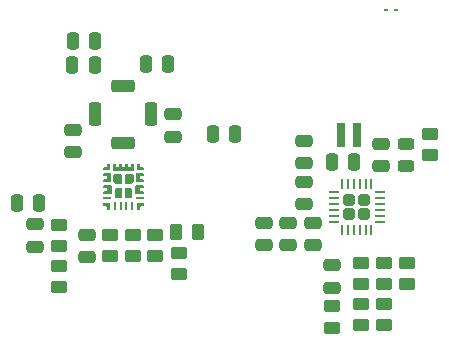
<source format=gbr>
%TF.GenerationSoftware,KiCad,Pcbnew,8.0.3*%
%TF.CreationDate,2024-07-15T22:48:31-04:00*%
%TF.ProjectId,get-a-grip-on-reality,6765742d-612d-4677-9269-702d6f6e2d72,rev?*%
%TF.SameCoordinates,Original*%
%TF.FileFunction,Paste,Bot*%
%TF.FilePolarity,Positive*%
%FSLAX46Y46*%
G04 Gerber Fmt 4.6, Leading zero omitted, Abs format (unit mm)*
G04 Created by KiCad (PCBNEW 8.0.3) date 2024-07-15 22:48:31*
%MOMM*%
%LPD*%
G01*
G04 APERTURE LIST*
G04 Aperture macros list*
%AMRoundRect*
0 Rectangle with rounded corners*
0 $1 Rounding radius*
0 $2 $3 $4 $5 $6 $7 $8 $9 X,Y pos of 4 corners*
0 Add a 4 corners polygon primitive as box body*
4,1,4,$2,$3,$4,$5,$6,$7,$8,$9,$2,$3,0*
0 Add four circle primitives for the rounded corners*
1,1,$1+$1,$2,$3*
1,1,$1+$1,$4,$5*
1,1,$1+$1,$6,$7*
1,1,$1+$1,$8,$9*
0 Add four rect primitives between the rounded corners*
20,1,$1+$1,$2,$3,$4,$5,0*
20,1,$1+$1,$4,$5,$6,$7,0*
20,1,$1+$1,$6,$7,$8,$9,0*
20,1,$1+$1,$8,$9,$2,$3,0*%
G04 Aperture macros list end*
%ADD10C,0.000000*%
%ADD11RoundRect,0.250000X-0.475000X0.250000X-0.475000X-0.250000X0.475000X-0.250000X0.475000X0.250000X0*%
%ADD12RoundRect,0.250000X-0.450000X0.262500X-0.450000X-0.262500X0.450000X-0.262500X0.450000X0.262500X0*%
%ADD13RoundRect,0.250000X0.475000X-0.250000X0.475000X0.250000X-0.475000X0.250000X-0.475000X-0.250000X0*%
%ADD14RoundRect,0.062500X-0.117500X-0.062500X0.117500X-0.062500X0.117500X0.062500X-0.117500X0.062500X0*%
%ADD15RoundRect,0.250000X-0.250000X-0.475000X0.250000X-0.475000X0.250000X0.475000X-0.250000X0.475000X0*%
%ADD16R,0.650000X2.000000*%
%ADD17RoundRect,0.250000X0.250000X0.475000X-0.250000X0.475000X-0.250000X-0.475000X0.250000X-0.475000X0*%
%ADD18RoundRect,0.243750X-0.456250X0.243750X-0.456250X-0.243750X0.456250X-0.243750X0.456250X0.243750X0*%
%ADD19RoundRect,0.250000X-0.262500X-0.450000X0.262500X-0.450000X0.262500X0.450000X-0.262500X0.450000X0*%
%ADD20R,0.249999X0.650001*%
%ADD21R,0.650001X0.249999*%
%ADD22RoundRect,0.062500X0.062500X0.375000X-0.062500X0.375000X-0.062500X-0.375000X0.062500X-0.375000X0*%
%ADD23RoundRect,0.062500X0.375000X0.062500X-0.375000X0.062500X-0.375000X-0.062500X0.375000X-0.062500X0*%
%ADD24RoundRect,0.250000X0.255000X0.255000X-0.255000X0.255000X-0.255000X-0.255000X0.255000X-0.255000X0*%
%ADD25RoundRect,0.275000X0.275000X0.725000X-0.275000X0.725000X-0.275000X-0.725000X0.275000X-0.725000X0*%
%ADD26RoundRect,0.275000X-0.275000X-0.725000X0.275000X-0.725000X0.275000X0.725000X-0.275000X0.725000X0*%
%ADD27RoundRect,0.275000X0.725000X-0.275000X0.725000X0.275000X-0.725000X0.275000X-0.725000X-0.275000X0*%
G04 APERTURE END LIST*
D10*
%TO.C,U7*%
G36*
X104475001Y-55385000D02*
G01*
X104475001Y-55884999D01*
X104425001Y-55934999D01*
X102775001Y-55934999D01*
X102725001Y-55884999D01*
X102725001Y-55385000D01*
X102775001Y-55335000D01*
X102925001Y-55334998D01*
X102975001Y-55385000D01*
X102975001Y-55609999D01*
X103025001Y-55659998D01*
X103175001Y-55659998D01*
X103225000Y-55609999D01*
X103225000Y-55385000D01*
X103275000Y-55335000D01*
X103425000Y-55334998D01*
X103475000Y-55385000D01*
X103475000Y-55609999D01*
X103525002Y-55659998D01*
X103675000Y-55659998D01*
X103724999Y-55609999D01*
X103725002Y-55385000D01*
X103775002Y-55335000D01*
X103925002Y-55334998D01*
X103975002Y-55385000D01*
X103975002Y-55609999D01*
X104025001Y-55659998D01*
X104175001Y-55659998D01*
X104225001Y-55609999D01*
X104225001Y-55385000D01*
X104275001Y-55335000D01*
X104425001Y-55334998D01*
X104475001Y-55385000D01*
G37*
G36*
X105300000Y-57210000D02*
G01*
X105300000Y-57360000D01*
X105250000Y-57409997D01*
X105025002Y-57410000D01*
X104975000Y-57460000D01*
X104975000Y-57610000D01*
X105025002Y-57659997D01*
X105250000Y-57660000D01*
X105300000Y-57709997D01*
X105300000Y-57859999D01*
X105250000Y-57909999D01*
X104650001Y-57909999D01*
X104600002Y-57859999D01*
X104600002Y-57210000D01*
X104650001Y-57159998D01*
X105250000Y-57159998D01*
X105300000Y-57210000D01*
G37*
G36*
X105300000Y-56210000D02*
G01*
X105300000Y-56360000D01*
X105250000Y-56410002D01*
X105025002Y-56409999D01*
X104975000Y-56459999D01*
X104975002Y-56609999D01*
X105025002Y-56660002D01*
X105250000Y-56659999D01*
X105300000Y-56709999D01*
X105300000Y-56859999D01*
X105250000Y-56910001D01*
X104700001Y-56909998D01*
X104650001Y-56859999D01*
X104650001Y-56184999D01*
X104675000Y-56160000D01*
X105250000Y-56160000D01*
X105300000Y-56210000D01*
G37*
G36*
X102600000Y-57210000D02*
G01*
X102600000Y-57859999D01*
X102550001Y-57909999D01*
X101950002Y-57909999D01*
X101900002Y-57859999D01*
X101900002Y-57709999D01*
X101950002Y-57660000D01*
X102175000Y-57660000D01*
X102225000Y-57610000D01*
X102225000Y-57460000D01*
X102175000Y-57409997D01*
X101950002Y-57410000D01*
X101900002Y-57359998D01*
X101900002Y-57209998D01*
X101950002Y-57159998D01*
X102550001Y-57159998D01*
X102600000Y-57210000D01*
G37*
G36*
X102550001Y-56184999D02*
G01*
X102550001Y-56859999D01*
X102500001Y-56909998D01*
X101950002Y-56910001D01*
X101900002Y-56859999D01*
X101900002Y-56709999D01*
X101950002Y-56659999D01*
X102175000Y-56659999D01*
X102225000Y-56609999D01*
X102225000Y-56459999D01*
X102175000Y-56409999D01*
X101950002Y-56410002D01*
X101900002Y-56360000D01*
X101900002Y-56210000D01*
X101950002Y-56160000D01*
X102525002Y-56160000D01*
X102550001Y-56184999D01*
G37*
G36*
X105300000Y-58709997D02*
G01*
X105300000Y-58860000D01*
X105250000Y-58910000D01*
X105075002Y-58910000D01*
X104975002Y-59009999D01*
X104975002Y-59184998D01*
X104925002Y-59235000D01*
X104775002Y-59234998D01*
X104725000Y-59184998D01*
X104725000Y-58710000D01*
X104775000Y-58660000D01*
X105250000Y-58660000D01*
X105300000Y-58709997D01*
G37*
G36*
X104975002Y-55385000D02*
G01*
X104975002Y-55559999D01*
X105075002Y-55659998D01*
X105250000Y-55659998D01*
X105300000Y-55709998D01*
X105300000Y-55860001D01*
X105250000Y-55909998D01*
X104775000Y-55909998D01*
X104725000Y-55860001D01*
X104725000Y-55385000D01*
X104775000Y-55335000D01*
X104925002Y-55334998D01*
X104975002Y-55385000D01*
G37*
G36*
X102475002Y-58710000D02*
G01*
X102475002Y-59184998D01*
X102425002Y-59234998D01*
X102275000Y-59235000D01*
X102225000Y-59184998D01*
X102225000Y-59009999D01*
X102125000Y-58910000D01*
X101950002Y-58910000D01*
X101900002Y-58860000D01*
X101900002Y-58710000D01*
X101950002Y-58660000D01*
X102425002Y-58659998D01*
X102475002Y-58710000D01*
G37*
G36*
X102425002Y-55335000D02*
G01*
X102475002Y-55385000D01*
X102475002Y-55859998D01*
X102425002Y-55909998D01*
X101950002Y-55909998D01*
X101900002Y-55860001D01*
X101900002Y-55709998D01*
X101950002Y-55659998D01*
X102125000Y-55659998D01*
X102225000Y-55559999D01*
X102225000Y-55385000D01*
X102275000Y-55334998D01*
X102425002Y-55335000D01*
G37*
G36*
X104450002Y-56284998D02*
G01*
X104450002Y-56868998D01*
X104412001Y-56916999D01*
X104349999Y-57010001D01*
X104349999Y-57046998D01*
X104300002Y-57096998D01*
X103800001Y-57096998D01*
X103750001Y-57047001D01*
X103750001Y-56284998D01*
X103800001Y-56234999D01*
X104400002Y-56234999D01*
X104450002Y-56284998D01*
G37*
G36*
X103450001Y-56284998D02*
G01*
X103450001Y-57046998D01*
X103400001Y-57096998D01*
X102900000Y-57096998D01*
X102850003Y-57046998D01*
X102850000Y-57010001D01*
X102788001Y-56916999D01*
X102750000Y-56868998D01*
X102750000Y-56284998D01*
X102800000Y-56234999D01*
X103400001Y-56234999D01*
X103450001Y-56284998D01*
G37*
G36*
X104280002Y-57460998D02*
G01*
X104280002Y-58220999D01*
X104230000Y-58270999D01*
X103750001Y-58270999D01*
X103700001Y-58220999D01*
X103700001Y-57460998D01*
X103750001Y-57410998D01*
X104230000Y-57410998D01*
X104280002Y-57460998D01*
G37*
G36*
X103500001Y-57460998D02*
G01*
X103500001Y-58220999D01*
X103450001Y-58270999D01*
X102970002Y-58270999D01*
X102920000Y-58220999D01*
X102920000Y-57460998D01*
X102970002Y-57410998D01*
X103450001Y-57410998D01*
X103500001Y-57460998D01*
G37*
%TD*%
D11*
%TO.C,C23*%
X100500000Y-63275000D03*
X100500000Y-61375000D03*
%TD*%
D12*
%TO.C,R13*%
X123681474Y-69035300D03*
X123681474Y-67210300D03*
%TD*%
D13*
%TO.C,C14*%
X125400000Y-53650000D03*
X125400000Y-55550000D03*
%TD*%
D12*
%TO.C,R12*%
X121285000Y-69238500D03*
X121285000Y-67413500D03*
%TD*%
D14*
%TO.C,D8*%
X125818000Y-42291000D03*
X126658000Y-42291000D03*
%TD*%
D13*
%TO.C,C27*%
X99300000Y-52450000D03*
X99300000Y-54350000D03*
%TD*%
D12*
%TO.C,R11*%
X98100000Y-65812500D03*
X98100000Y-63987500D03*
%TD*%
%TO.C,R17*%
X125654841Y-65572300D03*
X125654841Y-63747300D03*
%TD*%
D15*
%TO.C,C21*%
X123124000Y-55238300D03*
X121224000Y-55238300D03*
%TD*%
D12*
%TO.C,R20*%
X104400000Y-63200000D03*
X104400000Y-61375000D03*
%TD*%
D11*
%TO.C,C17*%
X96093400Y-62387500D03*
X96093400Y-60487500D03*
%TD*%
%TO.C,C15*%
X119657174Y-62250000D03*
X119657174Y-60350000D03*
%TD*%
D15*
%TO.C,C28*%
X107408600Y-46923796D03*
X105508600Y-46923796D03*
%TD*%
D12*
%TO.C,R18*%
X123676908Y-65572300D03*
X123676908Y-63747300D03*
%TD*%
D16*
%TO.C,L1*%
X121989574Y-52876100D03*
X123339574Y-52876100D03*
%TD*%
D17*
%TO.C,C29*%
X99279548Y-47025150D03*
X101179548Y-47025150D03*
%TD*%
D11*
%TO.C,C24*%
X121285000Y-65847000D03*
X121285000Y-63947000D03*
%TD*%
D18*
%TO.C,D7*%
X127508000Y-55547500D03*
X127508000Y-53672500D03*
%TD*%
D19*
%TO.C,R14*%
X109912500Y-61100000D03*
X108087500Y-61100000D03*
%TD*%
D12*
%TO.C,R16*%
X108300000Y-64725000D03*
X108300000Y-62900000D03*
%TD*%
%TO.C,R10*%
X98100000Y-62325000D03*
X98100000Y-60500000D03*
%TD*%
D13*
%TO.C,C26*%
X118844374Y-56879100D03*
X118844374Y-58779100D03*
%TD*%
D12*
%TO.C,TH1*%
X125668974Y-69035300D03*
X125668974Y-67210300D03*
%TD*%
D13*
%TO.C,C22*%
X107800000Y-51175000D03*
X107800000Y-53075000D03*
%TD*%
D20*
%TO.C,U7*%
X102850000Y-58910000D03*
X103350001Y-58910000D03*
X103850001Y-58910000D03*
X104350002Y-58910000D03*
D21*
X104975002Y-58285000D03*
X102225000Y-58285000D03*
%TD*%
D12*
%TO.C,R9*%
X127632774Y-65572300D03*
X127632774Y-63747300D03*
%TD*%
%TO.C,R15*%
X106300000Y-63200000D03*
X106300000Y-61375000D03*
%TD*%
D11*
%TO.C,C19*%
X115454774Y-62250000D03*
X115454774Y-60350000D03*
%TD*%
D22*
%TO.C,U6*%
X124595574Y-57078300D03*
X124095574Y-57078300D03*
X123595574Y-57078300D03*
X123095574Y-57078300D03*
X122595574Y-57078300D03*
X122095574Y-57078300D03*
D23*
X121408074Y-57765800D03*
X121408074Y-58265800D03*
X121408074Y-58765800D03*
X121408074Y-59265800D03*
X121408074Y-59765800D03*
X121408074Y-60265800D03*
D22*
X122095574Y-60953300D03*
X122595574Y-60953300D03*
X123095574Y-60953300D03*
X123595574Y-60953300D03*
X124095574Y-60953300D03*
X124595574Y-60953300D03*
D23*
X125283074Y-60265800D03*
X125283074Y-59765800D03*
X125283074Y-59265800D03*
X125283074Y-58765800D03*
X125283074Y-58265800D03*
X125283074Y-57765800D03*
D24*
X122720574Y-58390800D03*
X122720574Y-59640800D03*
X123970574Y-58390800D03*
X123970574Y-59640800D03*
%TD*%
D17*
%TO.C,C30*%
X99294748Y-44967750D03*
X101194748Y-44967750D03*
%TD*%
D13*
%TO.C,C25*%
X118844374Y-53414500D03*
X118844374Y-55314500D03*
%TD*%
D25*
%TO.C,L2*%
X105963000Y-51165596D03*
D26*
X101163000Y-51165596D03*
D27*
X103563000Y-48765596D03*
X103563000Y-53565596D03*
%TD*%
D17*
%TO.C,C20*%
X111150000Y-52800000D03*
X113050000Y-52800000D03*
%TD*%
%TO.C,C18*%
X94550000Y-58712500D03*
X96450000Y-58712500D03*
%TD*%
D12*
%TO.C,R8*%
X129540000Y-54633500D03*
X129540000Y-52808500D03*
%TD*%
%TO.C,R19*%
X102500000Y-63200000D03*
X102500000Y-61375000D03*
%TD*%
D11*
%TO.C,C16*%
X117555974Y-62250000D03*
X117555974Y-60350000D03*
%TD*%
M02*

</source>
